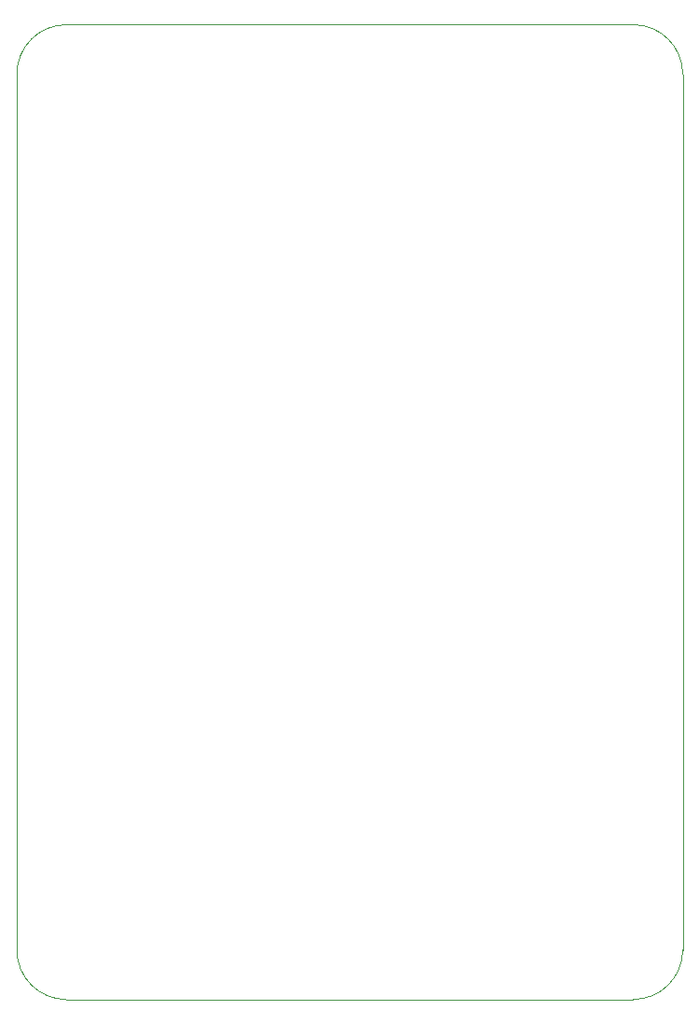
<source format=gbr>
%TF.GenerationSoftware,Altium Limited,Altium Designer,25.2.1 (25)*%
G04 Layer_Color=0*
%FSLAX43Y43*%
%MOMM*%
%TF.SameCoordinates,B664DB7D-B6DB-4AC9-9DB7-209C64ECDA10*%
%TF.FilePolarity,Positive*%
%TF.FileFunction,Profile,NP*%
%TF.Part,Single*%
G01*
G75*
%TA.AperFunction,Profile*%
%ADD57C,0.025*%
D57*
X4500Y0D02*
G02*
X0Y4500I0J4500D01*
G01*
Y84000D01*
D02*
G02*
X4500Y88500I4500J0D01*
G01*
X56000D01*
D02*
G02*
X60500Y84000I0J-4500D01*
G01*
Y4500D01*
D02*
G02*
X56000Y0I-4500J0D01*
G01*
X4500D01*
%TF.MD5,9de2aca5f4d26782c26b9f578b1bbcc4*%
M02*

</source>
